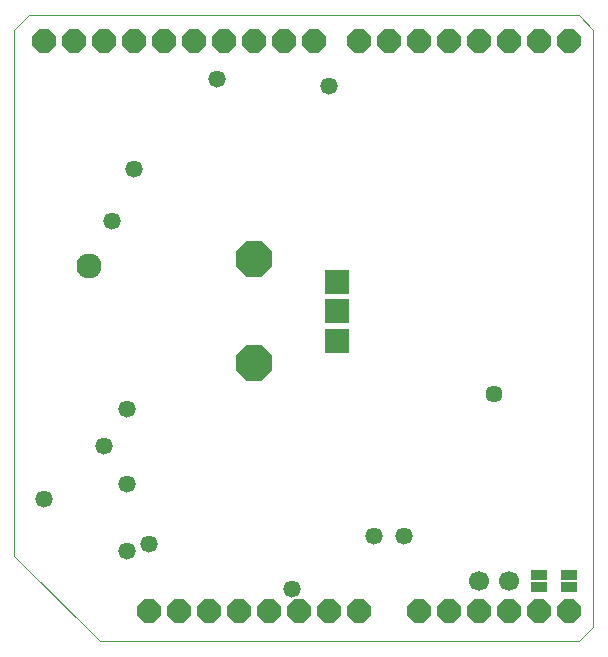
<source format=gbs>
G75*
%MOIN*%
%OFA0B0*%
%FSLAX25Y25*%
%IPPOS*%
%LPD*%
%AMOC8*
5,1,8,0,0,1.08239X$1,22.5*
%
%ADD10C,0.00004*%
%ADD11R,0.05787X0.03287*%
%ADD12R,0.08187X0.08187*%
%ADD13OC8,0.11811*%
%ADD14OC8,0.07787*%
%ADD15C,0.05787*%
%ADD16C,0.08387*%
%ADD17C,0.06693*%
%ADD18C,0.05709*%
D10*
X0008874Y0037220D02*
X0037220Y0008874D01*
X0197063Y0008874D01*
X0201787Y0013598D01*
X0201787Y0212811D01*
X0197063Y0217535D01*
X0013598Y0217535D01*
X0008874Y0212811D01*
X0008874Y0037220D01*
D11*
X0183874Y0030874D03*
X0183874Y0026874D03*
X0193874Y0026874D03*
X0193874Y0030874D03*
D12*
X0116433Y0109031D03*
X0116433Y0118874D03*
X0116433Y0128717D03*
D13*
X0088874Y0136197D03*
X0088874Y0101551D03*
D14*
X0083874Y0018874D03*
X0073874Y0018874D03*
X0063874Y0018874D03*
X0053874Y0018874D03*
X0093874Y0018874D03*
X0103874Y0018874D03*
X0113874Y0018874D03*
X0123874Y0018874D03*
X0143874Y0018874D03*
X0153874Y0018874D03*
X0163874Y0018874D03*
X0173874Y0018874D03*
X0183874Y0018874D03*
X0193874Y0018874D03*
X0193874Y0208874D03*
X0183874Y0208874D03*
X0173874Y0208874D03*
X0163874Y0208874D03*
X0153874Y0208874D03*
X0143874Y0208874D03*
X0133874Y0208874D03*
X0123874Y0208874D03*
X0108874Y0208874D03*
X0098874Y0208874D03*
X0088874Y0208874D03*
X0078874Y0208874D03*
X0068874Y0208874D03*
X0058874Y0208874D03*
X0048874Y0208874D03*
X0038874Y0208874D03*
X0028874Y0208874D03*
X0018874Y0208874D03*
D15*
X0048874Y0166374D03*
X0041374Y0148874D03*
X0076374Y0196374D03*
X0113874Y0193874D03*
X0046374Y0086374D03*
X0038874Y0073874D03*
X0046374Y0061374D03*
X0053874Y0041374D03*
X0046374Y0038874D03*
X0018874Y0056374D03*
X0101374Y0026374D03*
X0128874Y0043874D03*
X0138874Y0043874D03*
D16*
X0033874Y0133874D03*
D17*
X0163874Y0028874D03*
X0173874Y0028874D03*
D18*
X0168874Y0091374D03*
M02*

</source>
